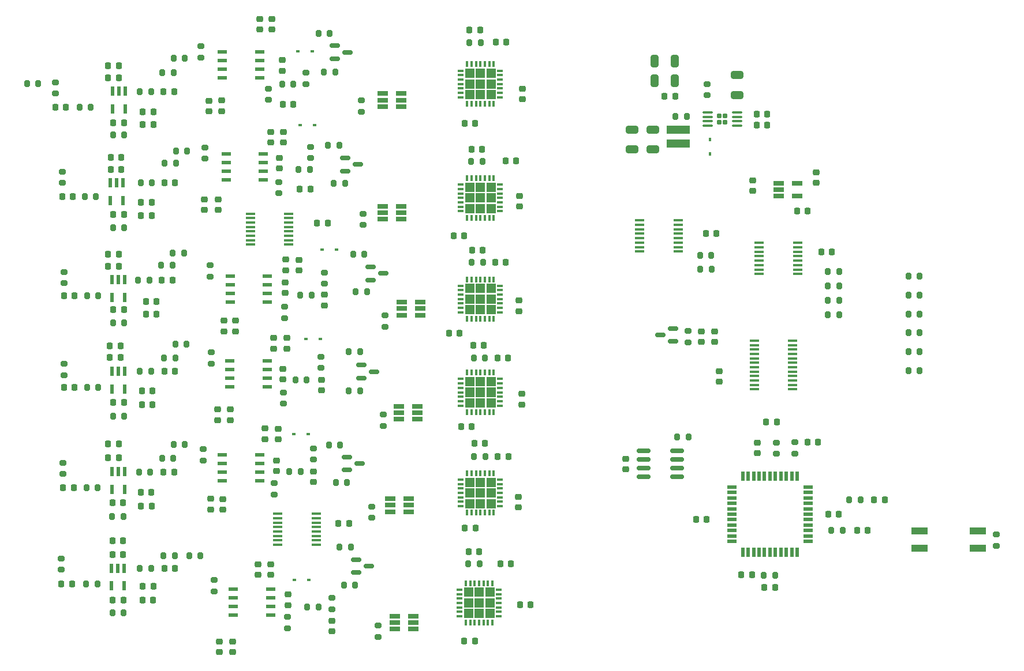
<source format=gbr>
G04 #@! TF.GenerationSoftware,KiCad,Pcbnew,7.0.8*
G04 #@! TF.CreationDate,2025-05-19T15:23:48+02:00*
G04 #@! TF.ProjectId,AXINT_CE6C_CRESUS,4158494e-545f-4434-9536-435f43524553,rev?*
G04 #@! TF.SameCoordinates,Original*
G04 #@! TF.FileFunction,Paste,Top*
G04 #@! TF.FilePolarity,Positive*
%FSLAX46Y46*%
G04 Gerber Fmt 4.6, Leading zero omitted, Abs format (unit mm)*
G04 Created by KiCad (PCBNEW 7.0.8) date 2025-05-19 15:23:48*
%MOMM*%
%LPD*%
G01*
G04 APERTURE LIST*
G04 Aperture macros list*
%AMRoundRect*
0 Rectangle with rounded corners*
0 $1 Rounding radius*
0 $2 $3 $4 $5 $6 $7 $8 $9 X,Y pos of 4 corners*
0 Add a 4 corners polygon primitive as box body*
4,1,4,$2,$3,$4,$5,$6,$7,$8,$9,$2,$3,0*
0 Add four circle primitives for the rounded corners*
1,1,$1+$1,$2,$3*
1,1,$1+$1,$4,$5*
1,1,$1+$1,$6,$7*
1,1,$1+$1,$8,$9*
0 Add four rect primitives between the rounded corners*
20,1,$1+$1,$2,$3,$4,$5,0*
20,1,$1+$1,$4,$5,$6,$7,0*
20,1,$1+$1,$6,$7,$8,$9,0*
20,1,$1+$1,$8,$9,$2,$3,0*%
G04 Aperture macros list end*
%ADD10RoundRect,0.218750X0.218750X0.256250X-0.218750X0.256250X-0.218750X-0.256250X0.218750X-0.256250X0*%
%ADD11RoundRect,0.218750X-0.218750X-0.256250X0.218750X-0.256250X0.218750X0.256250X-0.218750X0.256250X0*%
%ADD12RoundRect,0.170000X-0.170000X-0.210000X0.170000X-0.210000X0.170000X0.210000X-0.170000X0.210000X0*%
%ADD13RoundRect,0.100000X-0.625000X-0.100000X0.625000X-0.100000X0.625000X0.100000X-0.625000X0.100000X0*%
%ADD14RoundRect,0.225000X-0.225000X-0.250000X0.225000X-0.250000X0.225000X0.250000X-0.225000X0.250000X0*%
%ADD15RoundRect,0.225000X0.225000X0.250000X-0.225000X0.250000X-0.225000X-0.250000X0.225000X-0.250000X0*%
%ADD16RoundRect,0.200000X-0.275000X0.200000X-0.275000X-0.200000X0.275000X-0.200000X0.275000X0.200000X0*%
%ADD17RoundRect,0.200000X-0.200000X-0.275000X0.200000X-0.275000X0.200000X0.275000X-0.200000X0.275000X0*%
%ADD18RoundRect,0.200000X0.200000X0.275000X-0.200000X0.275000X-0.200000X-0.275000X0.200000X-0.275000X0*%
%ADD19RoundRect,0.200000X0.275000X-0.200000X0.275000X0.200000X-0.275000X0.200000X-0.275000X-0.200000X0*%
%ADD20R,2.440000X1.120000*%
%ADD21R,0.508000X1.320800*%
%ADD22RoundRect,0.225000X0.250000X-0.225000X0.250000X0.225000X-0.250000X0.225000X-0.250000X-0.225000X0*%
%ADD23RoundRect,0.225000X-0.250000X0.225000X-0.250000X-0.225000X0.250000X-0.225000X0.250000X0.225000X0*%
%ADD24RoundRect,0.150000X-0.587500X-0.150000X0.587500X-0.150000X0.587500X0.150000X-0.587500X0.150000X0*%
%ADD25R,1.460500X0.558800*%
%ADD26R,1.473200X0.355600*%
%ADD27R,1.560000X0.650000*%
%ADD28R,0.600000X0.450000*%
%ADD29RoundRect,0.250000X0.325000X0.650000X-0.325000X0.650000X-0.325000X-0.650000X0.325000X-0.650000X0*%
%ADD30RoundRect,0.250000X-0.650000X0.325000X-0.650000X-0.325000X0.650000X-0.325000X0.650000X0.325000X0*%
%ADD31R,3.400000X1.300000*%
%ADD32R,0.812800X0.381000*%
%ADD33R,0.381000X0.812800*%
%ADD34R,1.461999X0.354800*%
%ADD35RoundRect,0.150000X-0.825000X-0.150000X0.825000X-0.150000X0.825000X0.150000X-0.825000X0.150000X0*%
%ADD36R,0.450000X0.600000*%
%ADD37R,1.461999X0.507200*%
%ADD38R,0.507200X1.461999*%
%ADD39RoundRect,0.150000X0.587500X0.150000X-0.587500X0.150000X-0.587500X-0.150000X0.587500X-0.150000X0*%
G04 APERTURE END LIST*
G36*
X140338359Y-52152034D02*
G01*
X138972025Y-52152034D01*
X138972025Y-50785700D01*
X140338359Y-50785700D01*
X140338359Y-52152034D01*
G37*
G36*
X140338359Y-53718367D02*
G01*
X138972025Y-53718367D01*
X138972025Y-52352033D01*
X140338359Y-52352033D01*
X140338359Y-53718367D01*
G37*
G36*
X140338359Y-55284700D02*
G01*
X138972025Y-55284700D01*
X138972025Y-53918366D01*
X140338359Y-53918366D01*
X140338359Y-55284700D01*
G37*
G36*
X141904692Y-52152034D02*
G01*
X140538358Y-52152034D01*
X140538358Y-50785700D01*
X141904692Y-50785700D01*
X141904692Y-52152034D01*
G37*
G36*
X141904692Y-53718367D02*
G01*
X140538358Y-53718367D01*
X140538358Y-52352033D01*
X141904692Y-52352033D01*
X141904692Y-53718367D01*
G37*
G36*
X141904692Y-55284700D02*
G01*
X140538358Y-55284700D01*
X140538358Y-53918366D01*
X141904692Y-53918366D01*
X141904692Y-55284700D01*
G37*
G36*
X143471025Y-52152034D02*
G01*
X142104691Y-52152034D01*
X142104691Y-50785700D01*
X143471025Y-50785700D01*
X143471025Y-52152034D01*
G37*
G36*
X143471025Y-53718367D02*
G01*
X142104691Y-53718367D01*
X142104691Y-52352033D01*
X143471025Y-52352033D01*
X143471025Y-53718367D01*
G37*
G36*
X143471025Y-55284700D02*
G01*
X142104691Y-55284700D01*
X142104691Y-53918366D01*
X143471025Y-53918366D01*
X143471025Y-55284700D01*
G37*
G36*
X140338359Y-112223034D02*
G01*
X138972025Y-112223034D01*
X138972025Y-110856700D01*
X140338359Y-110856700D01*
X140338359Y-112223034D01*
G37*
G36*
X140338359Y-113789367D02*
G01*
X138972025Y-113789367D01*
X138972025Y-112423033D01*
X140338359Y-112423033D01*
X140338359Y-113789367D01*
G37*
G36*
X140338359Y-115355700D02*
G01*
X138972025Y-115355700D01*
X138972025Y-113989366D01*
X140338359Y-113989366D01*
X140338359Y-115355700D01*
G37*
G36*
X141904692Y-112223034D02*
G01*
X140538358Y-112223034D01*
X140538358Y-110856700D01*
X141904692Y-110856700D01*
X141904692Y-112223034D01*
G37*
G36*
X141904692Y-113789367D02*
G01*
X140538358Y-113789367D01*
X140538358Y-112423033D01*
X141904692Y-112423033D01*
X141904692Y-113789367D01*
G37*
G36*
X141904692Y-115355700D02*
G01*
X140538358Y-115355700D01*
X140538358Y-113989366D01*
X141904692Y-113989366D01*
X141904692Y-115355700D01*
G37*
G36*
X143471025Y-112223034D02*
G01*
X142104691Y-112223034D01*
X142104691Y-110856700D01*
X143471025Y-110856700D01*
X143471025Y-112223034D01*
G37*
G36*
X143471025Y-113789367D02*
G01*
X142104691Y-113789367D01*
X142104691Y-112423033D01*
X143471025Y-112423033D01*
X143471025Y-113789367D01*
G37*
G36*
X143471025Y-115355700D02*
G01*
X142104691Y-115355700D01*
X142104691Y-113989366D01*
X143471025Y-113989366D01*
X143471025Y-115355700D01*
G37*
G36*
X140338359Y-83749634D02*
G01*
X138972025Y-83749634D01*
X138972025Y-82383300D01*
X140338359Y-82383300D01*
X140338359Y-83749634D01*
G37*
G36*
X140338359Y-85315967D02*
G01*
X138972025Y-85315967D01*
X138972025Y-83949633D01*
X140338359Y-83949633D01*
X140338359Y-85315967D01*
G37*
G36*
X140338359Y-86882300D02*
G01*
X138972025Y-86882300D01*
X138972025Y-85515966D01*
X140338359Y-85515966D01*
X140338359Y-86882300D01*
G37*
G36*
X141904692Y-83749634D02*
G01*
X140538358Y-83749634D01*
X140538358Y-82383300D01*
X141904692Y-82383300D01*
X141904692Y-83749634D01*
G37*
G36*
X141904692Y-85315967D02*
G01*
X140538358Y-85315967D01*
X140538358Y-83949633D01*
X141904692Y-83949633D01*
X141904692Y-85315967D01*
G37*
G36*
X141904692Y-86882300D02*
G01*
X140538358Y-86882300D01*
X140538358Y-85515966D01*
X141904692Y-85515966D01*
X141904692Y-86882300D01*
G37*
G36*
X143471025Y-83749634D02*
G01*
X142104691Y-83749634D01*
X142104691Y-82383300D01*
X143471025Y-82383300D01*
X143471025Y-83749634D01*
G37*
G36*
X143471025Y-85315967D02*
G01*
X142104691Y-85315967D01*
X142104691Y-83949633D01*
X143471025Y-83949633D01*
X143471025Y-85315967D01*
G37*
G36*
X143471025Y-86882300D02*
G01*
X142104691Y-86882300D01*
X142104691Y-85515966D01*
X143471025Y-85515966D01*
X143471025Y-86882300D01*
G37*
G36*
X140163034Y-128377434D02*
G01*
X138796700Y-128377434D01*
X138796700Y-127011100D01*
X140163034Y-127011100D01*
X140163034Y-128377434D01*
G37*
G36*
X140163034Y-129943767D02*
G01*
X138796700Y-129943767D01*
X138796700Y-128577433D01*
X140163034Y-128577433D01*
X140163034Y-129943767D01*
G37*
G36*
X140163034Y-131510100D02*
G01*
X138796700Y-131510100D01*
X138796700Y-130143766D01*
X140163034Y-130143766D01*
X140163034Y-131510100D01*
G37*
G36*
X141729367Y-128377434D02*
G01*
X140363033Y-128377434D01*
X140363033Y-127011100D01*
X141729367Y-127011100D01*
X141729367Y-128377434D01*
G37*
G36*
X141729367Y-129943767D02*
G01*
X140363033Y-129943767D01*
X140363033Y-128577433D01*
X141729367Y-128577433D01*
X141729367Y-129943767D01*
G37*
G36*
X141729367Y-131510100D02*
G01*
X140363033Y-131510100D01*
X140363033Y-130143766D01*
X141729367Y-130143766D01*
X141729367Y-131510100D01*
G37*
G36*
X143295700Y-128377434D02*
G01*
X141929366Y-128377434D01*
X141929366Y-127011100D01*
X143295700Y-127011100D01*
X143295700Y-128377434D01*
G37*
G36*
X143295700Y-129943767D02*
G01*
X141929366Y-129943767D01*
X141929366Y-128577433D01*
X143295700Y-128577433D01*
X143295700Y-129943767D01*
G37*
G36*
X143295700Y-131510100D02*
G01*
X141929366Y-131510100D01*
X141929366Y-130143766D01*
X143295700Y-130143766D01*
X143295700Y-131510100D01*
G37*
G36*
X140338359Y-68890634D02*
G01*
X138972025Y-68890634D01*
X138972025Y-67524300D01*
X140338359Y-67524300D01*
X140338359Y-68890634D01*
G37*
G36*
X140338359Y-70456967D02*
G01*
X138972025Y-70456967D01*
X138972025Y-69090633D01*
X140338359Y-69090633D01*
X140338359Y-70456967D01*
G37*
G36*
X140338359Y-72023300D02*
G01*
X138972025Y-72023300D01*
X138972025Y-70656966D01*
X140338359Y-70656966D01*
X140338359Y-72023300D01*
G37*
G36*
X141904692Y-68890634D02*
G01*
X140538358Y-68890634D01*
X140538358Y-67524300D01*
X141904692Y-67524300D01*
X141904692Y-68890634D01*
G37*
G36*
X141904692Y-70456967D02*
G01*
X140538358Y-70456967D01*
X140538358Y-69090633D01*
X141904692Y-69090633D01*
X141904692Y-70456967D01*
G37*
G36*
X141904692Y-72023300D02*
G01*
X140538358Y-72023300D01*
X140538358Y-70656966D01*
X141904692Y-70656966D01*
X141904692Y-72023300D01*
G37*
G36*
X143471025Y-68890634D02*
G01*
X142104691Y-68890634D01*
X142104691Y-67524300D01*
X143471025Y-67524300D01*
X143471025Y-68890634D01*
G37*
G36*
X143471025Y-70456967D02*
G01*
X142104691Y-70456967D01*
X142104691Y-69090633D01*
X143471025Y-69090633D01*
X143471025Y-70456967D01*
G37*
G36*
X143471025Y-72023300D02*
G01*
X142104691Y-72023300D01*
X142104691Y-70656966D01*
X143471025Y-70656966D01*
X143471025Y-72023300D01*
G37*
G36*
X140338359Y-97440234D02*
G01*
X138972025Y-97440234D01*
X138972025Y-96073900D01*
X140338359Y-96073900D01*
X140338359Y-97440234D01*
G37*
G36*
X140338359Y-99006567D02*
G01*
X138972025Y-99006567D01*
X138972025Y-97640233D01*
X140338359Y-97640233D01*
X140338359Y-99006567D01*
G37*
G36*
X140338359Y-100572900D02*
G01*
X138972025Y-100572900D01*
X138972025Y-99206566D01*
X140338359Y-99206566D01*
X140338359Y-100572900D01*
G37*
G36*
X141904692Y-97440234D02*
G01*
X140538358Y-97440234D01*
X140538358Y-96073900D01*
X141904692Y-96073900D01*
X141904692Y-97440234D01*
G37*
G36*
X141904692Y-99006567D02*
G01*
X140538358Y-99006567D01*
X140538358Y-97640233D01*
X141904692Y-97640233D01*
X141904692Y-99006567D01*
G37*
G36*
X141904692Y-100572900D02*
G01*
X140538358Y-100572900D01*
X140538358Y-99206566D01*
X141904692Y-99206566D01*
X141904692Y-100572900D01*
G37*
G36*
X143471025Y-97440234D02*
G01*
X142104691Y-97440234D01*
X142104691Y-96073900D01*
X143471025Y-96073900D01*
X143471025Y-97440234D01*
G37*
G36*
X143471025Y-99006567D02*
G01*
X142104691Y-99006567D01*
X142104691Y-97640233D01*
X143471025Y-97640233D01*
X143471025Y-99006567D01*
G37*
G36*
X143471025Y-100572900D02*
G01*
X142104691Y-100572900D01*
X142104691Y-99206566D01*
X143471025Y-99206566D01*
X143471025Y-100572900D01*
G37*
D10*
X183295300Y-57491400D03*
X181720300Y-57491400D03*
D11*
X181720300Y-59091400D03*
X183295300Y-59091400D03*
D12*
X176287800Y-57721400D03*
X176287800Y-58661400D03*
X177127800Y-57721400D03*
X177127800Y-58661400D03*
D13*
X174557800Y-57216400D03*
X174557800Y-57866400D03*
X174557800Y-58516400D03*
X174557800Y-59166400D03*
X178857800Y-59166400D03*
X178857800Y-58516400D03*
X178857800Y-57866400D03*
X178857800Y-57216400D03*
D14*
X91586000Y-98153023D03*
X93136000Y-98153023D03*
X91433000Y-113012023D03*
X92983000Y-113012023D03*
X91700000Y-126855023D03*
X93250000Y-126855023D03*
X92189000Y-84963000D03*
X93739000Y-84963000D03*
X91446000Y-70467023D03*
X92996000Y-70467023D03*
D15*
X81693000Y-97645023D03*
X80143000Y-97645023D03*
X81566000Y-112377023D03*
X80016000Y-112377023D03*
X81325000Y-126474023D03*
X79775000Y-126474023D03*
X81706000Y-84183023D03*
X80156000Y-84183023D03*
X81439000Y-69578023D03*
X79889000Y-69578023D03*
D14*
X91700000Y-59037023D03*
X93250000Y-59037023D03*
D15*
X80436000Y-56497023D03*
X78886000Y-56497023D03*
D14*
X91560000Y-100185023D03*
X93110000Y-100185023D03*
X91446000Y-115044023D03*
X92996000Y-115044023D03*
X91687000Y-128887023D03*
X93237000Y-128887023D03*
X92189000Y-86868000D03*
X93739000Y-86868000D03*
X91446000Y-72372023D03*
X92996000Y-72372023D03*
D15*
X88932000Y-99804023D03*
X87382000Y-99804023D03*
X88805000Y-114536023D03*
X87255000Y-114536023D03*
X88850000Y-128816500D03*
X87300000Y-128816500D03*
D14*
X91700000Y-57132023D03*
X93250000Y-57132023D03*
D15*
X88945000Y-86215023D03*
X87395000Y-86215023D03*
X88932000Y-72245023D03*
X87382000Y-72245023D03*
X88437000Y-93218000D03*
X86887000Y-93218000D03*
X88932000Y-58783023D03*
X87382000Y-58783023D03*
X88183000Y-107932023D03*
X86633000Y-107932023D03*
X88805000Y-122156023D03*
X87255000Y-122156023D03*
X88183000Y-79865023D03*
X86633000Y-79865023D03*
X88564000Y-65641023D03*
X87014000Y-65641023D03*
X88170000Y-52179023D03*
X86620000Y-52179023D03*
X96438000Y-95232023D03*
X94888000Y-95232023D03*
X88437000Y-91549023D03*
X86887000Y-91549023D03*
X96311000Y-110091023D03*
X94761000Y-110091023D03*
X96425000Y-124188023D03*
X94875000Y-124188023D03*
X96044000Y-81897023D03*
X94494000Y-81897023D03*
X88170000Y-105900023D03*
X86620000Y-105900023D03*
X88818000Y-120124023D03*
X87268000Y-120124023D03*
X96425000Y-67546023D03*
X94875000Y-67546023D03*
X88170000Y-78087023D03*
X86620000Y-78087023D03*
X88538000Y-63863023D03*
X86988000Y-63863023D03*
X96298000Y-54211023D03*
X94748000Y-54211023D03*
X88170000Y-50401023D03*
X86620000Y-50401023D03*
D16*
X80156000Y-94153023D03*
X80156000Y-95803023D03*
X80029000Y-108695023D03*
X80029000Y-110345023D03*
X79775000Y-122728023D03*
X79775000Y-124378023D03*
X80156000Y-80628023D03*
X80156000Y-82278023D03*
X79902000Y-65896023D03*
X79902000Y-67546023D03*
X78886000Y-52815023D03*
X78886000Y-54465023D03*
D17*
X83522000Y-97645023D03*
X85172000Y-97645023D03*
X83459000Y-112377023D03*
X85109000Y-112377023D03*
X83395000Y-126474023D03*
X85045000Y-126474023D03*
X83522000Y-84183023D03*
X85172000Y-84183023D03*
X83205000Y-69578023D03*
X84855000Y-69578023D03*
X82443000Y-56497023D03*
X84093000Y-56497023D03*
X87332000Y-101836023D03*
X88982000Y-101836023D03*
X87205000Y-116568023D03*
X88855000Y-116568023D03*
X87250000Y-130721500D03*
X88900000Y-130721500D03*
X87332000Y-88120023D03*
X88982000Y-88120023D03*
X87332000Y-74150023D03*
X88982000Y-74150023D03*
X87332000Y-60561023D03*
X88982000Y-60561023D03*
X91269000Y-95232023D03*
X92919000Y-95232023D03*
X91142000Y-110091023D03*
X92792000Y-110091023D03*
X91269000Y-124188023D03*
X92919000Y-124188023D03*
X91015000Y-81897023D03*
X92665000Y-81897023D03*
X91396000Y-67546023D03*
X93046000Y-67546023D03*
X91269000Y-54211023D03*
X92919000Y-54211023D03*
X94831400Y-93294200D03*
X96481400Y-93294200D03*
X94526600Y-108026200D03*
X96176600Y-108026200D03*
X94755200Y-122301000D03*
X96405200Y-122301000D03*
X94399600Y-79654400D03*
X96049600Y-79654400D03*
X94907600Y-64643000D03*
X96557600Y-64643000D03*
X96482400Y-91262200D03*
X98132400Y-91262200D03*
X96228400Y-105994200D03*
X97878400Y-105994200D03*
X98514400Y-122326400D03*
X100164400Y-122326400D03*
X96101400Y-77851000D03*
X97751400Y-77851000D03*
X94577400Y-51358800D03*
X96227400Y-51358800D03*
X96584000Y-62890400D03*
X98234000Y-62890400D03*
X96228400Y-49276000D03*
X97878400Y-49276000D03*
D18*
X76390000Y-52959000D03*
X74740000Y-52959000D03*
D19*
X216906799Y-120868399D03*
X216906799Y-119218399D03*
D20*
X205599800Y-118643400D03*
X205599800Y-121183400D03*
X214209800Y-121183400D03*
X214209800Y-118643400D03*
D17*
X204026000Y-81280000D03*
X205676000Y-81280000D03*
X204026000Y-84048600D03*
X205676000Y-84048600D03*
X204026000Y-86817200D03*
X205676000Y-86817200D03*
X204026000Y-89585800D03*
X205676000Y-89585800D03*
X204026000Y-92354400D03*
X205676000Y-92354400D03*
X204026000Y-95123000D03*
X205676000Y-95123000D03*
D21*
X89136261Y-54109620D03*
X88186260Y-54109620D03*
X87236259Y-54109620D03*
X87236259Y-56700420D03*
X89136261Y-56700420D03*
X89088001Y-81762600D03*
X88138000Y-81762600D03*
X87187999Y-81762600D03*
X87187999Y-84353400D03*
X89088001Y-84353400D03*
X88834001Y-67538600D03*
X87884000Y-67538600D03*
X86933999Y-67538600D03*
X86933999Y-70129400D03*
X88834001Y-70129400D03*
X89088001Y-109956600D03*
X88138000Y-109956600D03*
X87187999Y-109956600D03*
X87187999Y-112547400D03*
X89088001Y-112547400D03*
X88968621Y-124172980D03*
X88018620Y-124172980D03*
X87068619Y-124172980D03*
X87068619Y-126763780D03*
X88968621Y-126763780D03*
X89088001Y-95224600D03*
X88138000Y-95224600D03*
X87187999Y-95224600D03*
X87187999Y-97815400D03*
X89088001Y-97815400D03*
D17*
X182817000Y-125171200D03*
X184467000Y-125171200D03*
D22*
X110921800Y-91910200D03*
X110921800Y-90360200D03*
D23*
X112979200Y-128028400D03*
X112979200Y-129578400D03*
D14*
X147053000Y-129540000D03*
X148603000Y-129540000D03*
D18*
X123583200Y-98069400D03*
X121933200Y-98069400D03*
D24*
X119887825Y-47437000D03*
X119887825Y-49337000D03*
X121762825Y-48387000D03*
D25*
X104514650Y-81254600D03*
X104514650Y-82524600D03*
X104514650Y-83794600D03*
X104514650Y-85064600D03*
X109962950Y-85064600D03*
X109962950Y-83794600D03*
X109962950Y-82524600D03*
X109962950Y-81254600D03*
D15*
X140500400Y-118237000D03*
X138950400Y-118237000D03*
D25*
X104489250Y-93675200D03*
X104489250Y-94945200D03*
X104489250Y-96215200D03*
X104489250Y-97485200D03*
X109937550Y-97485200D03*
X109937550Y-96215200D03*
X109937550Y-94945200D03*
X109937550Y-93675200D03*
D14*
X140322000Y-105791000D03*
X141872000Y-105791000D03*
D26*
X111480600Y-116165201D03*
X111480600Y-116815199D03*
X111480600Y-117465201D03*
X111480600Y-118115199D03*
X111480600Y-118765198D03*
X111480600Y-119415199D03*
X111480600Y-120065198D03*
X111480600Y-120715199D03*
X117119400Y-120715199D03*
X117119400Y-120065201D03*
X117119400Y-119415199D03*
X117119400Y-118765201D03*
X117119400Y-118115202D03*
X117119400Y-117465201D03*
X117119400Y-116815202D03*
X117119400Y-116165201D03*
D14*
X114744200Y-68453000D03*
X116294200Y-68453000D03*
D27*
X129688600Y-85079800D03*
X129688600Y-86029800D03*
X129688600Y-86979800D03*
X132388600Y-86979800D03*
X132388600Y-86029800D03*
X132388600Y-85079800D03*
D15*
X138189000Y-89662000D03*
X136639000Y-89662000D03*
D18*
X124218200Y-78054200D03*
X122568200Y-78054200D03*
D16*
X123774200Y-55461400D03*
X123774200Y-57111400D03*
D23*
X103606600Y-87807800D03*
X103606600Y-89357800D03*
D28*
X115959600Y-104419400D03*
X113859600Y-104419400D03*
D18*
X120636800Y-106070400D03*
X118986800Y-106070400D03*
D16*
X100203000Y-47511200D03*
X100203000Y-49161200D03*
D18*
X122872000Y-126644400D03*
X121222000Y-126644400D03*
D15*
X174384000Y-117017800D03*
X172834000Y-117017800D03*
D16*
X100533200Y-106693200D03*
X100533200Y-108343200D03*
D28*
X116543800Y-48234600D03*
X114443800Y-48234600D03*
D29*
X169758800Y-52538400D03*
X166808800Y-52538400D03*
D15*
X138874800Y-75311000D03*
X137324800Y-75311000D03*
D29*
X169733400Y-49693600D03*
X166783400Y-49693600D03*
D30*
X178850200Y-51698400D03*
X178850200Y-54648400D03*
D31*
X170272600Y-59716600D03*
X170272600Y-61816600D03*
D16*
X115671600Y-51397400D03*
X115671600Y-53047400D03*
D14*
X120408400Y-117602000D03*
X121958400Y-117602000D03*
D24*
X121617500Y-107812800D03*
X121617500Y-109712800D03*
X123492500Y-108762800D03*
D19*
X112293400Y-99986600D03*
X112293400Y-98336600D03*
D22*
X116738400Y-111519000D03*
X116738400Y-109969000D03*
D25*
X103397050Y-107543600D03*
X103397050Y-108813600D03*
X103397050Y-110083600D03*
X103397050Y-111353600D03*
X108845350Y-111353600D03*
X108845350Y-110083600D03*
X108845350Y-108813600D03*
X108845350Y-107543600D03*
D27*
X126894600Y-54447400D03*
X126894600Y-55397400D03*
X126894600Y-56347400D03*
X129594600Y-56347400D03*
X129594600Y-55397400D03*
X129594600Y-54447400D03*
D14*
X143395400Y-79197200D03*
X144945400Y-79197200D03*
D18*
X175094400Y-78232000D03*
X173444400Y-78232000D03*
X123557800Y-92379800D03*
X121907800Y-92379800D03*
D32*
X138325925Y-51085199D03*
X138325925Y-51735200D03*
X138325925Y-52385201D03*
X138325925Y-53035200D03*
X138325925Y-53685199D03*
X138325925Y-54335200D03*
X138325925Y-54985199D03*
D33*
X139271524Y-55930800D03*
X139921525Y-55930800D03*
X140571524Y-55930800D03*
X141221525Y-55930800D03*
X141871524Y-55930800D03*
X142521525Y-55930800D03*
X143171524Y-55930800D03*
D32*
X144117125Y-54985201D03*
X144117125Y-54335200D03*
X144117125Y-53685201D03*
X144117125Y-53035200D03*
X144117125Y-52385201D03*
X144117125Y-51735200D03*
X144117125Y-51085201D03*
D33*
X143171526Y-50139600D03*
X142521525Y-50139600D03*
X141871526Y-50139600D03*
X141221525Y-50139600D03*
X140571526Y-50139600D03*
X139921525Y-50139600D03*
X139271526Y-50139600D03*
D28*
X116924800Y-59055000D03*
X114824800Y-59055000D03*
D18*
X193865000Y-84785200D03*
X192215000Y-84785200D03*
D27*
X128647200Y-131206200D03*
X128647200Y-132156200D03*
X128647200Y-133106200D03*
X131347200Y-133106200D03*
X131347200Y-132156200D03*
X131347200Y-131206200D03*
D22*
X110439200Y-61608000D03*
X110439200Y-60058000D03*
D19*
X111633000Y-69074800D03*
X111633000Y-67424800D03*
D16*
X119430800Y-128511800D03*
X119430800Y-130161800D03*
D22*
X146989800Y-71056800D03*
X146989800Y-69506800D03*
D23*
X147320000Y-98564400D03*
X147320000Y-100114400D03*
D34*
X182118000Y-76388801D03*
X182118000Y-77038799D03*
X182118000Y-77688801D03*
X182118000Y-78338799D03*
X182118000Y-78988798D03*
X182118000Y-79638799D03*
X182118000Y-80288798D03*
X182118000Y-80938799D03*
X187756800Y-80938799D03*
X187756800Y-80288801D03*
X187756800Y-79638799D03*
X187756800Y-78988801D03*
X187756800Y-78338802D03*
X187756800Y-77688801D03*
X187756800Y-77038802D03*
X187756800Y-76388801D03*
D22*
X119456200Y-133413800D03*
X119456200Y-131863800D03*
X110617000Y-45060200D03*
X110617000Y-43510200D03*
D24*
X123014500Y-122900400D03*
X123014500Y-124800400D03*
X124889500Y-123850400D03*
D32*
X138325925Y-111156199D03*
X138325925Y-111806200D03*
X138325925Y-112456201D03*
X138325925Y-113106200D03*
X138325925Y-113756199D03*
X138325925Y-114406200D03*
X138325925Y-115056199D03*
D33*
X139271524Y-116001800D03*
X139921525Y-116001800D03*
X140571524Y-116001800D03*
X141221525Y-116001800D03*
X141871524Y-116001800D03*
X142521525Y-116001800D03*
X143171524Y-116001800D03*
D32*
X144117125Y-115056201D03*
X144117125Y-114406200D03*
X144117125Y-113756201D03*
X144117125Y-113106200D03*
X144117125Y-112456201D03*
X144117125Y-111806200D03*
X144117125Y-111156201D03*
D33*
X143171526Y-110210600D03*
X142521525Y-110210600D03*
X141871526Y-110210600D03*
X141221525Y-110210600D03*
X140571526Y-110210600D03*
X139921525Y-110210600D03*
X139271526Y-110210600D03*
D24*
X123751100Y-94325400D03*
X123751100Y-96225400D03*
X125626100Y-95275400D03*
D22*
X112801400Y-91910200D03*
X112801400Y-90360200D03*
D19*
X110109000Y-55384200D03*
X110109000Y-53734200D03*
D35*
X165165000Y-106908600D03*
X165165000Y-108178600D03*
X165165000Y-109448600D03*
X165165000Y-110718600D03*
X170115000Y-110718600D03*
X170115000Y-109448600D03*
X170115000Y-108178600D03*
X170115000Y-106908600D03*
D23*
X112268000Y-94906800D03*
X112268000Y-96456800D03*
X190474600Y-66027000D03*
X190474600Y-67577000D03*
D18*
X120535200Y-62077600D03*
X118885200Y-62077600D03*
D25*
X104997250Y-127203200D03*
X104997250Y-128473200D03*
X104997250Y-129743200D03*
X104997250Y-131013200D03*
X110445550Y-131013200D03*
X110445550Y-129743200D03*
X110445550Y-128473200D03*
X110445550Y-127203200D03*
D16*
X101752400Y-92469200D03*
X101752400Y-94119200D03*
D23*
X102743000Y-70014800D03*
X102743000Y-71564800D03*
D18*
X175145200Y-80213200D03*
X173495200Y-80213200D03*
D14*
X144894000Y-64312800D03*
X146444000Y-64312800D03*
D25*
X103930450Y-63322200D03*
X103930450Y-64592200D03*
X103930450Y-65862200D03*
X103930450Y-67132200D03*
X109378750Y-67132200D03*
X109378750Y-65862200D03*
X109378750Y-64592200D03*
X109378750Y-63322200D03*
D16*
X117856000Y-93104200D03*
X117856000Y-94754200D03*
X127000000Y-101613200D03*
X127000000Y-103263200D03*
D17*
X170117000Y-104876600D03*
X171767000Y-104876600D03*
D32*
X138325925Y-82682799D03*
X138325925Y-83332800D03*
X138325925Y-83982801D03*
X138325925Y-84632800D03*
X138325925Y-85282799D03*
X138325925Y-85932800D03*
X138325925Y-86582799D03*
D33*
X139271524Y-87528400D03*
X139921525Y-87528400D03*
X140571524Y-87528400D03*
X141221525Y-87528400D03*
X141871524Y-87528400D03*
X142521525Y-87528400D03*
X143171524Y-87528400D03*
D32*
X144117125Y-86582801D03*
X144117125Y-85932800D03*
X144117125Y-85282801D03*
X144117125Y-84632800D03*
X144117125Y-83982801D03*
X144117125Y-83332800D03*
X144117125Y-82682801D03*
D33*
X143171526Y-81737200D03*
X142521525Y-81737200D03*
X141871526Y-81737200D03*
X141221525Y-81737200D03*
X140571526Y-81737200D03*
X139921525Y-81737200D03*
X139271526Y-81737200D03*
D18*
X124573800Y-83515200D03*
X122923800Y-83515200D03*
D28*
X117737600Y-90525600D03*
X115637600Y-90525600D03*
D18*
X193865000Y-82677000D03*
X192215000Y-82677000D03*
D24*
X125097300Y-79923600D03*
X125097300Y-81823600D03*
X126972300Y-80873600D03*
D22*
X173609000Y-90945000D03*
X173609000Y-89395000D03*
X162509200Y-109664800D03*
X162509200Y-108114800D03*
D19*
X110947200Y-113321600D03*
X110947200Y-111671600D03*
X112471200Y-87413600D03*
X112471200Y-85763600D03*
D18*
X113778800Y-53086000D03*
X112128800Y-53086000D03*
D14*
X139483800Y-121691400D03*
X141033800Y-121691400D03*
D22*
X108610400Y-125146400D03*
X108610400Y-123596400D03*
D14*
X191249000Y-77724000D03*
X192799000Y-77724000D03*
D18*
X141922000Y-93243400D03*
X140272000Y-93243400D03*
D16*
X100838000Y-62344800D03*
X100838000Y-63994800D03*
D15*
X140424200Y-134823200D03*
X138874200Y-134823200D03*
D18*
X141109200Y-123520200D03*
X139459200Y-123520200D03*
D22*
X181152800Y-68745400D03*
X181152800Y-67195400D03*
D28*
X120099800Y-77393800D03*
X117999800Y-77393800D03*
D23*
X146888200Y-84848400D03*
X146888200Y-86398400D03*
D16*
X116281200Y-62294000D03*
X116281200Y-63944000D03*
D22*
X109651800Y-105194400D03*
X109651800Y-103644400D03*
D23*
X104902000Y-134911800D03*
X104902000Y-136461800D03*
D32*
X138150600Y-127310599D03*
X138150600Y-127960600D03*
X138150600Y-128610601D03*
X138150600Y-129260600D03*
X138150600Y-129910599D03*
X138150600Y-130560600D03*
X138150600Y-131210599D03*
D33*
X139096199Y-132156200D03*
X139746200Y-132156200D03*
X140396199Y-132156200D03*
X141046200Y-132156200D03*
X141696199Y-132156200D03*
X142346200Y-132156200D03*
X142996199Y-132156200D03*
D32*
X143941800Y-131210601D03*
X143941800Y-130560600D03*
X143941800Y-129910601D03*
X143941800Y-129260600D03*
X143941800Y-128610601D03*
X143941800Y-127960600D03*
X143941800Y-127310601D03*
D33*
X142996201Y-126365000D03*
X142346200Y-126365000D03*
X141696201Y-126365000D03*
X141046200Y-126365000D03*
X140396201Y-126365000D03*
X139746200Y-126365000D03*
X139096201Y-126365000D03*
D23*
X176276000Y-95237000D03*
X176276000Y-96787000D03*
D18*
X141541000Y-64389000D03*
X139891000Y-64389000D03*
D32*
X138325925Y-67823799D03*
X138325925Y-68473800D03*
X138325925Y-69123801D03*
X138325925Y-69773800D03*
X138325925Y-70423799D03*
X138325925Y-71073800D03*
X138325925Y-71723799D03*
D33*
X139271524Y-72669400D03*
X139921525Y-72669400D03*
X140571524Y-72669400D03*
X141221525Y-72669400D03*
X141871524Y-72669400D03*
X142521525Y-72669400D03*
X143171524Y-72669400D03*
D32*
X144117125Y-71723801D03*
X144117125Y-71073800D03*
X144117125Y-70423801D03*
X144117125Y-69773800D03*
X144117125Y-69123801D03*
X144117125Y-68473800D03*
X144117125Y-67823801D03*
D33*
X143171526Y-66878200D03*
X142521525Y-66878200D03*
X141871526Y-66878200D03*
X141221525Y-66878200D03*
X140571526Y-66878200D03*
X139921525Y-66878200D03*
X139271526Y-66878200D03*
D16*
X125298200Y-115100600D03*
X125298200Y-116750600D03*
D24*
X121414300Y-63921600D03*
X121414300Y-65821600D03*
X123289300Y-64871600D03*
D22*
X110490000Y-125146400D03*
X110490000Y-123596400D03*
X118364000Y-85560200D03*
X118364000Y-84010200D03*
D16*
X116738400Y-106566200D03*
X116738400Y-108216200D03*
D14*
X174281800Y-75031600D03*
X175831800Y-75031600D03*
X139941000Y-62636400D03*
X141491000Y-62636400D03*
D22*
X175539400Y-90945000D03*
X175539400Y-89395000D03*
D23*
X101396800Y-55486000D03*
X101396800Y-57036000D03*
X112166400Y-49542400D03*
X112166400Y-51092400D03*
D16*
X101574600Y-79693000D03*
X101574600Y-81343000D03*
D36*
X174904400Y-63330800D03*
X174904400Y-61230800D03*
D10*
X198043900Y-118618000D03*
X196468900Y-118618000D03*
D14*
X143725600Y-93243400D03*
X145275600Y-93243400D03*
D23*
X102692200Y-100850400D03*
X102692200Y-102400400D03*
D15*
X140449600Y-58851800D03*
X138899600Y-58851800D03*
D22*
X111556800Y-105219800D03*
X111556800Y-103669800D03*
X112649000Y-80378600D03*
X112649000Y-78828600D03*
D23*
X100736400Y-70014800D03*
X100736400Y-71564800D03*
D34*
X164592000Y-73086801D03*
X164592000Y-73736799D03*
X164592000Y-74386801D03*
X164592000Y-75036799D03*
X164592000Y-75686798D03*
X164592000Y-76336799D03*
X164592000Y-76986798D03*
X164592000Y-77636799D03*
X170230800Y-77636799D03*
X170230800Y-76986801D03*
X170230800Y-76336799D03*
X170230800Y-75686801D03*
X170230800Y-75036802D03*
X170230800Y-74386801D03*
X170230800Y-73736802D03*
X170230800Y-73086801D03*
D26*
X107467400Y-72096201D03*
X107467400Y-72746199D03*
X107467400Y-73396201D03*
X107467400Y-74046199D03*
X107467400Y-74696198D03*
X107467400Y-75346199D03*
X107467400Y-75996198D03*
X107467400Y-76646199D03*
X113106200Y-76646199D03*
X113106200Y-75996201D03*
X113106200Y-75346199D03*
X113106200Y-74696201D03*
X113106200Y-74046202D03*
X113106200Y-73396201D03*
X113106200Y-72746202D03*
X113106200Y-72096201D03*
D23*
X101625400Y-113982200D03*
X101625400Y-115532200D03*
D19*
X184658000Y-107352600D03*
X184658000Y-105702600D03*
D22*
X181838600Y-107251800D03*
X181838600Y-105701800D03*
D18*
X193865000Y-86918800D03*
X192215000Y-86918800D03*
D23*
X112547400Y-82206800D03*
X112547400Y-83756800D03*
D14*
X139636200Y-45110400D03*
X141186200Y-45110400D03*
D18*
X193865000Y-80619600D03*
X192215000Y-80619600D03*
D27*
X126894600Y-71008200D03*
X126894600Y-71958200D03*
X126894600Y-72908200D03*
X129594600Y-72908200D03*
X129594600Y-71958200D03*
X129594600Y-71008200D03*
D23*
X105333800Y-87807800D03*
X105333800Y-89357800D03*
D14*
X143776400Y-107746800D03*
X145326400Y-107746800D03*
D23*
X146786600Y-113702800D03*
X146786600Y-115252800D03*
D22*
X117881400Y-98031600D03*
X117881400Y-96481600D03*
D18*
X119138200Y-45618400D03*
X117488200Y-45618400D03*
D23*
X103301800Y-55460600D03*
X103301800Y-57010600D03*
D27*
X184984400Y-67630000D03*
X184984400Y-68580000D03*
X184984400Y-69530000D03*
X187684400Y-69530000D03*
X187684400Y-67630000D03*
X127986800Y-113959600D03*
X127986800Y-114909600D03*
X127986800Y-115859600D03*
X130686800Y-115859600D03*
X130686800Y-114909600D03*
X130686800Y-113959600D03*
D16*
X126238000Y-132575800D03*
X126238000Y-134225800D03*
D28*
X116061200Y-125882400D03*
X113961200Y-125882400D03*
D23*
X111760000Y-63893400D03*
X111760000Y-65443400D03*
D16*
X102184200Y-125921000D03*
X102184200Y-127571000D03*
D15*
X169795400Y-54875200D03*
X168245400Y-54875200D03*
D16*
X118313200Y-80734400D03*
X118313200Y-82384400D03*
D18*
X121652800Y-111607600D03*
X120002800Y-111607600D03*
D14*
X187667600Y-71653400D03*
X189217600Y-71653400D03*
D23*
X147368325Y-53708000D03*
X147368325Y-55258000D03*
D14*
X117284200Y-73431400D03*
X118834200Y-73431400D03*
D19*
X127254000Y-88709000D03*
X127254000Y-87059000D03*
X112953800Y-132981200D03*
X112953800Y-131331200D03*
D14*
X112255000Y-56032400D03*
X113805000Y-56032400D03*
X139991800Y-77470000D03*
X141541800Y-77470000D03*
D18*
X116445800Y-84023200D03*
X114795800Y-84023200D03*
D25*
X103397050Y-48336200D03*
X103397050Y-49606200D03*
X103397050Y-50876200D03*
X103397050Y-52146200D03*
X108845350Y-52146200D03*
X108845350Y-50876200D03*
X108845350Y-49606200D03*
X108845350Y-48336200D03*
D18*
X114845600Y-109931200D03*
X113195600Y-109931200D03*
D26*
X181381400Y-90735201D03*
X181381400Y-91385200D03*
X181381400Y-92035198D03*
X181381400Y-92685199D03*
X181381400Y-93335198D03*
X181381400Y-93985199D03*
X181381400Y-94635198D03*
X181381400Y-95285199D03*
X181381400Y-95935198D03*
X181381400Y-96585199D03*
X181381400Y-97235198D03*
X181381400Y-97885199D03*
X187020200Y-97885199D03*
X187020200Y-97235200D03*
X187020200Y-96585199D03*
X187020200Y-95935201D03*
X187020200Y-95285199D03*
X187020200Y-94635201D03*
X187020200Y-93985202D03*
X187020200Y-93335201D03*
X187020200Y-92685202D03*
X187020200Y-92035201D03*
X187020200Y-91385202D03*
X187020200Y-90735201D03*
D18*
X141947400Y-107721400D03*
X140297400Y-107721400D03*
D11*
X183108500Y-102641400D03*
X184683500Y-102641400D03*
D18*
X141591800Y-79197200D03*
X139941800Y-79197200D03*
D30*
X163457800Y-59724800D03*
X163457800Y-62674800D03*
D23*
X102971600Y-134911800D03*
X102971600Y-136461800D03*
D17*
X169846400Y-57821600D03*
X171496400Y-57821600D03*
D22*
X108839000Y-45060200D03*
X108839000Y-43510200D03*
D37*
X178088751Y-112230400D03*
X178088751Y-113030401D03*
X178088751Y-113830400D03*
X178088751Y-114630401D03*
X178088751Y-115430399D03*
X178088751Y-116230400D03*
X178088751Y-117030401D03*
X178088751Y-117830399D03*
X178088751Y-118630400D03*
X178088751Y-119430399D03*
X178088751Y-120230400D03*
D38*
X179702151Y-121843800D03*
X180502152Y-121843800D03*
X181302151Y-121843800D03*
X182102152Y-121843800D03*
X182902150Y-121843800D03*
X183702151Y-121843800D03*
X184502152Y-121843800D03*
X185302150Y-121843800D03*
X186102151Y-121843800D03*
X186902150Y-121843800D03*
X187702151Y-121843800D03*
D37*
X189315551Y-120230400D03*
X189315551Y-119430399D03*
X189315551Y-118630400D03*
X189315551Y-117830399D03*
X189315551Y-117030401D03*
X189315551Y-116230400D03*
X189315551Y-115430399D03*
X189315551Y-114630401D03*
X189315551Y-113830400D03*
X189315551Y-113030401D03*
X189315551Y-112230400D03*
D38*
X187702151Y-110617000D03*
X186902150Y-110617000D03*
X186102151Y-110617000D03*
X185302150Y-110617000D03*
X184502152Y-110617000D03*
X183702151Y-110617000D03*
X182902150Y-110617000D03*
X182102152Y-110617000D03*
X181302151Y-110617000D03*
X180502152Y-110617000D03*
X179702151Y-110617000D03*
D27*
X129307600Y-100396000D03*
X129307600Y-101346000D03*
X129307600Y-102296000D03*
X132007600Y-102296000D03*
X132007600Y-101346000D03*
X132007600Y-100396000D03*
D19*
X187325000Y-107301800D03*
X187325000Y-105651800D03*
D15*
X181064200Y-125145800D03*
X179514200Y-125145800D03*
D17*
X192723000Y-118618000D03*
X194373000Y-118618000D03*
D22*
X112293400Y-61633400D03*
X112293400Y-60083400D03*
D16*
X171704000Y-89345000D03*
X171704000Y-90995000D03*
X174481400Y-53034200D03*
X174481400Y-54684200D03*
D15*
X184442400Y-126974600D03*
X182892400Y-126974600D03*
D23*
X111302800Y-108343400D03*
X111302800Y-109893400D03*
X103479600Y-114033000D03*
X103479600Y-115583000D03*
D18*
X141261600Y-46939200D03*
X139611600Y-46939200D03*
D32*
X138325925Y-96373399D03*
X138325925Y-97023400D03*
X138325925Y-97673401D03*
X138325925Y-98323400D03*
X138325925Y-98973399D03*
X138325925Y-99623400D03*
X138325925Y-100273399D03*
D33*
X139271524Y-101219000D03*
X139921525Y-101219000D03*
X140571524Y-101219000D03*
X141221525Y-101219000D03*
X141871524Y-101219000D03*
X142521525Y-101219000D03*
X143171524Y-101219000D03*
D32*
X144117125Y-100273401D03*
X144117125Y-99623400D03*
X144117125Y-98973401D03*
X144117125Y-98323400D03*
X144117125Y-97673401D03*
X144117125Y-97023400D03*
X144117125Y-96373401D03*
D33*
X143171526Y-95427800D03*
X142521525Y-95427800D03*
X141871526Y-95427800D03*
X141221525Y-95427800D03*
X140571526Y-95427800D03*
X139921525Y-95427800D03*
X139271526Y-95427800D03*
D14*
X144132000Y-123520200D03*
X145682000Y-123520200D03*
D18*
X121373400Y-67589400D03*
X119723400Y-67589400D03*
D14*
X192223551Y-116205000D03*
X193773551Y-116205000D03*
D18*
X115760000Y-96520000D03*
X114110000Y-96520000D03*
D15*
X139967000Y-103378000D03*
X138417000Y-103378000D03*
D18*
X116217200Y-65582800D03*
X114567200Y-65582800D03*
X119925600Y-51308000D03*
X118275600Y-51308000D03*
D30*
X166556600Y-59724800D03*
X166556600Y-62674800D03*
D17*
X195313800Y-114096800D03*
X196963800Y-114096800D03*
D10*
X200558500Y-114071400D03*
X198983500Y-114071400D03*
D18*
X117461800Y-129844800D03*
X115811800Y-129844800D03*
D23*
X104546400Y-100850400D03*
X104546400Y-102400400D03*
D22*
X114604800Y-80454800D03*
X114604800Y-78904800D03*
D14*
X140195000Y-91440000D03*
X141745000Y-91440000D03*
D18*
X122211600Y-121081800D03*
X120561600Y-121081800D03*
D39*
X169515000Y-90866000D03*
X169515000Y-88966000D03*
X167640000Y-89916000D03*
D10*
X190754100Y-105664000D03*
X189179100Y-105664000D03*
D16*
X124053600Y-72098400D03*
X124053600Y-73748400D03*
D14*
X143497000Y-46913800D03*
X145047000Y-46913800D03*
M02*

</source>
